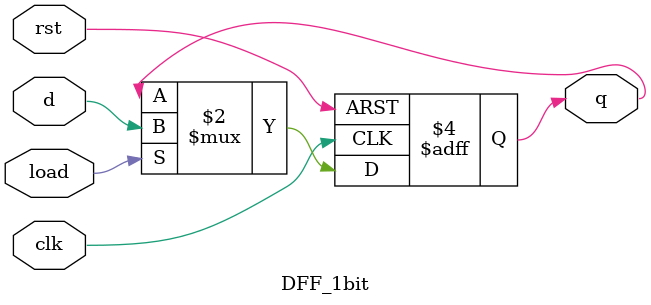
<source format=v>
`timescale 1ns / 1ps
module DFF_1bit
(
	 input  rst,
    input  clk,
    input  load,
    input  d,
    output reg q
);	
	 always @ (negedge clk or posedge rst)
	
	 if (rst)
	
		 q <= 0;
		
	 else if(load)
	
	  	 q <= d;

endmodule

</source>
